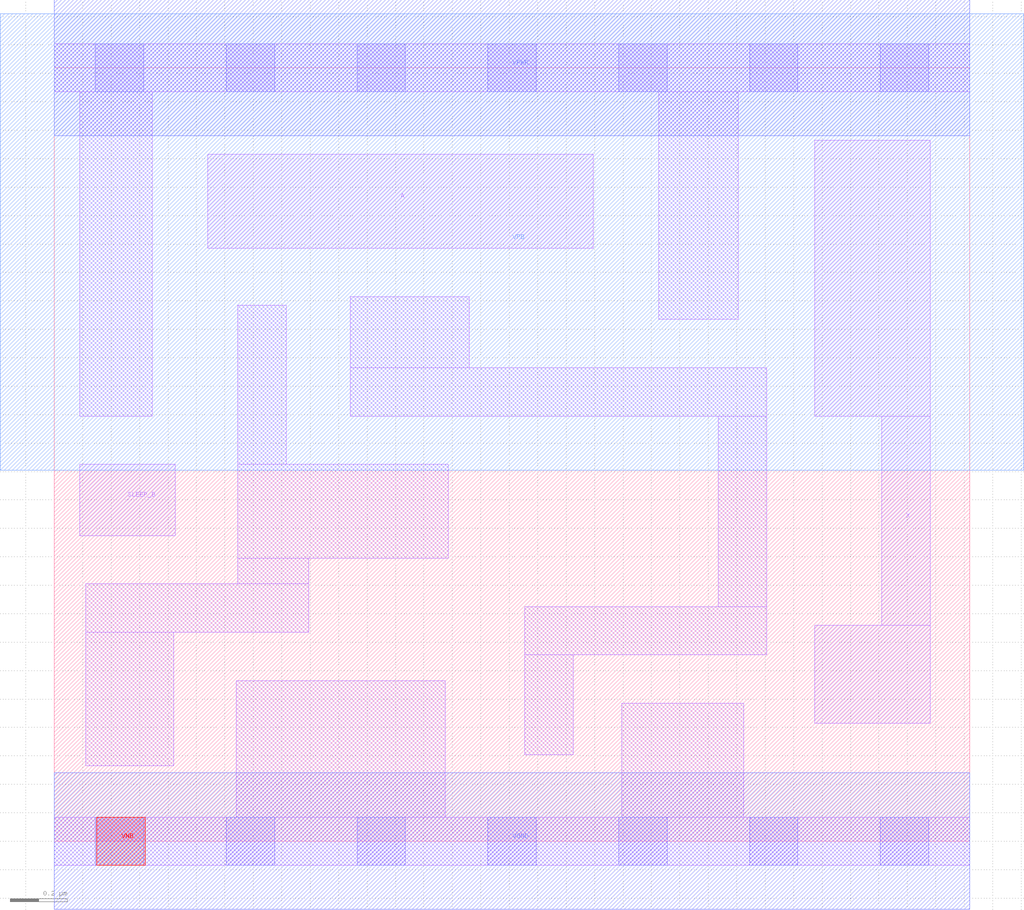
<source format=lef>
# Copyright 2020 The SkyWater PDK Authors
#
# Licensed under the Apache License, Version 2.0 (the "License");
# you may not use this file except in compliance with the License.
# You may obtain a copy of the License at
#
#     https://www.apache.org/licenses/LICENSE-2.0
#
# Unless required by applicable law or agreed to in writing, software
# distributed under the License is distributed on an "AS IS" BASIS,
# WITHOUT WARRANTIES OR CONDITIONS OF ANY KIND, either express or implied.
# See the License for the specific language governing permissions and
# limitations under the License.
#
# SPDX-License-Identifier: Apache-2.0

VERSION 5.7 ;
  NOWIREEXTENSIONATPIN ON ;
  DIVIDERCHAR "/" ;
  BUSBITCHARS "[]" ;
PROPERTYDEFINITIONS
  MACRO maskLayoutSubType STRING ;
  MACRO prCellType STRING ;
  MACRO originalViewName STRING ;
END PROPERTYDEFINITIONS
MACRO sky130_fd_sc_hdll__inputiso1n_1
  CLASS CORE ;
  FOREIGN sky130_fd_sc_hdll__inputiso1n_1 ;
  ORIGIN  0.000000  0.000000 ;
  SIZE  3.220000 BY  2.720000 ;
  SYMMETRY X Y R90 ;
  SITE unithd ;
  PIN A
    ANTENNAGATEAREA  0.138600 ;
    DIRECTION INPUT ;
    USE SIGNAL ;
    PORT
      LAYER li1 ;
        RECT 0.540000 2.085000 1.895000 2.415000 ;
    END
  END A
  PIN SLEEP_B
    ANTENNAGATEAREA  0.138600 ;
    DIRECTION INPUT ;
    USE SIGNAL ;
    PORT
      LAYER li1 ;
        RECT 0.090000 1.075000 0.425000 1.325000 ;
    END
  END SLEEP_B
  PIN VGND
    ANTENNADIFFAREA  0.597450 ;
    DIRECTION INOUT ;
    USE SIGNAL ;
    PORT
      LAYER met1 ;
        RECT 0.000000 -0.240000 3.220000 0.240000 ;
    END
  END VGND
  PIN VNB
    PORT
      LAYER pwell ;
        RECT 0.150000 -0.085000 0.320000 0.085000 ;
    END
  END VNB
  PIN VPB
    PORT
      LAYER nwell ;
        RECT -0.190000 1.305000 3.410000 2.910000 ;
    END
  END VPB
  PIN VPWR
    ANTENNADIFFAREA  0.424100 ;
    DIRECTION INOUT ;
    USE SIGNAL ;
    PORT
      LAYER met1 ;
        RECT 0.000000 2.480000 3.220000 2.960000 ;
    END
  END VPWR
  PIN X
    ANTENNADIFFAREA  0.472000 ;
    DIRECTION OUTPUT ;
    USE SIGNAL ;
    PORT
      LAYER li1 ;
        RECT 2.675000 0.415000 3.080000 0.760000 ;
        RECT 2.675000 1.495000 3.080000 2.465000 ;
        RECT 2.910000 0.760000 3.080000 1.495000 ;
    END
  END X
  OBS
    LAYER li1 ;
      RECT 0.000000 -0.085000 3.220000 0.085000 ;
      RECT 0.000000  2.635000 3.220000 2.805000 ;
      RECT 0.090000  1.495000 0.345000 2.635000 ;
      RECT 0.110000  0.265000 0.420000 0.735000 ;
      RECT 0.110000  0.735000 0.895000 0.905000 ;
      RECT 0.640000  0.085000 1.375000 0.565000 ;
      RECT 0.645000  0.905000 0.895000 0.995000 ;
      RECT 0.645000  0.995000 1.385000 1.325000 ;
      RECT 0.645000  1.325000 0.815000 1.885000 ;
      RECT 1.040000  1.495000 2.505000 1.665000 ;
      RECT 1.040000  1.665000 1.460000 1.915000 ;
      RECT 1.655000  0.305000 1.825000 0.655000 ;
      RECT 1.655000  0.655000 2.505000 0.825000 ;
      RECT 1.995000  0.085000 2.425000 0.485000 ;
      RECT 2.125000  1.835000 2.405000 2.635000 ;
      RECT 2.335000  0.825000 2.505000 1.495000 ;
    LAYER mcon ;
      RECT 0.145000 -0.085000 0.315000 0.085000 ;
      RECT 0.145000  2.635000 0.315000 2.805000 ;
      RECT 0.605000 -0.085000 0.775000 0.085000 ;
      RECT 0.605000  2.635000 0.775000 2.805000 ;
      RECT 1.065000 -0.085000 1.235000 0.085000 ;
      RECT 1.065000  2.635000 1.235000 2.805000 ;
      RECT 1.525000 -0.085000 1.695000 0.085000 ;
      RECT 1.525000  2.635000 1.695000 2.805000 ;
      RECT 1.985000 -0.085000 2.155000 0.085000 ;
      RECT 1.985000  2.635000 2.155000 2.805000 ;
      RECT 2.445000 -0.085000 2.615000 0.085000 ;
      RECT 2.445000  2.635000 2.615000 2.805000 ;
      RECT 2.905000 -0.085000 3.075000 0.085000 ;
      RECT 2.905000  2.635000 3.075000 2.805000 ;
  END
  PROPERTY maskLayoutSubType "abstract" ;
  PROPERTY prCellType "standard" ;
  PROPERTY originalViewName "layout" ;
END sky130_fd_sc_hdll__inputiso1n_1
END LIBRARY

</source>
